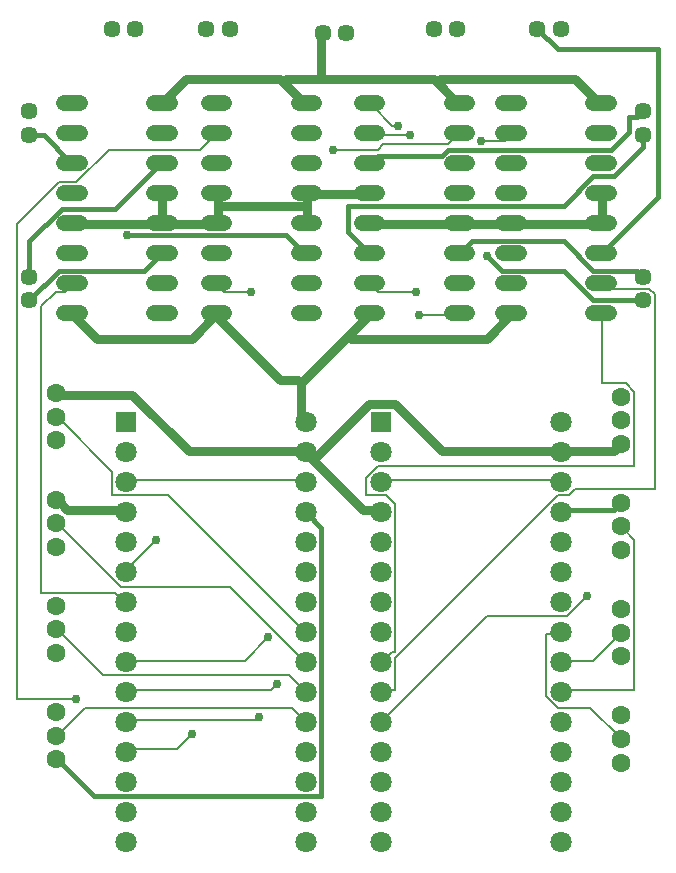
<source format=gbr>
G04 EAGLE Gerber RS-274X export*
G75*
%MOMM*%
%FSLAX34Y34*%
%LPD*%
%INTop Copper*%
%IPPOS*%
%AMOC8*
5,1,8,0,0,1.08239X$1,22.5*%
G01*
G04 Define Apertures*
%ADD10R,1.800000X1.800000*%
%ADD11C,1.800000*%
%ADD12C,1.320800*%
%ADD13C,1.447800*%
%ADD14C,1.600000*%
%ADD15C,0.400000*%
%ADD16C,0.750000*%
%ADD17C,0.200000*%
%ADD18C,0.756400*%
%ADD19C,0.160000*%
D10*
X122400Y407400D03*
D11*
X122400Y382000D03*
X122400Y356600D03*
X122400Y331200D03*
X122400Y305800D03*
X122400Y280400D03*
X122400Y255000D03*
X122400Y229600D03*
X122400Y204200D03*
X122400Y178800D03*
X122400Y153400D03*
X122400Y128000D03*
X122400Y102600D03*
X122400Y77200D03*
X122400Y51800D03*
X274800Y51800D03*
X274800Y77200D03*
X274800Y102600D03*
X274800Y128000D03*
X274800Y153400D03*
X274800Y178800D03*
X274800Y204200D03*
X274800Y229600D03*
X274800Y255000D03*
X274800Y280400D03*
X274800Y305800D03*
X274800Y331200D03*
X274800Y356600D03*
X274800Y382000D03*
X274800Y407400D03*
D12*
X159004Y499000D02*
X145796Y499000D01*
X145796Y524400D02*
X159004Y524400D01*
X159004Y651400D02*
X145796Y651400D01*
X145796Y676800D02*
X159004Y676800D01*
X159004Y549800D02*
X145796Y549800D01*
X145796Y575200D02*
X159004Y575200D01*
X159004Y626000D02*
X145796Y626000D01*
X145796Y600600D02*
X159004Y600600D01*
X82804Y676800D02*
X69596Y676800D01*
X69596Y651400D02*
X82804Y651400D01*
X82804Y626000D02*
X69596Y626000D01*
X69596Y600600D02*
X82804Y600600D01*
X82804Y575200D02*
X69596Y575200D01*
X69596Y549800D02*
X82804Y549800D01*
X82804Y524400D02*
X69596Y524400D01*
X69596Y499000D02*
X82804Y499000D01*
X268196Y499000D02*
X281404Y499000D01*
X281404Y524400D02*
X268196Y524400D01*
X268196Y651400D02*
X281404Y651400D01*
X281404Y676800D02*
X268196Y676800D01*
X268196Y549800D02*
X281404Y549800D01*
X281404Y575200D02*
X268196Y575200D01*
X268196Y626000D02*
X281404Y626000D01*
X281404Y600600D02*
X268196Y600600D01*
X205204Y676800D02*
X191996Y676800D01*
X191996Y651400D02*
X205204Y651400D01*
X205204Y626000D02*
X191996Y626000D01*
X191996Y600600D02*
X205204Y600600D01*
X205204Y575200D02*
X191996Y575200D01*
X191996Y549800D02*
X205204Y549800D01*
X205204Y524400D02*
X191996Y524400D01*
X191996Y499000D02*
X205204Y499000D01*
D13*
X288700Y736800D03*
X308700Y736800D03*
D14*
X63150Y121400D03*
X63150Y141400D03*
X63150Y161400D03*
X63150Y211400D03*
X63150Y231400D03*
X63150Y251400D03*
X63150Y301400D03*
X63150Y321400D03*
X63150Y341400D03*
X63150Y391400D03*
X63150Y411400D03*
X63150Y431400D03*
D10*
X338300Y407400D03*
D11*
X338300Y382000D03*
X338300Y356600D03*
X338300Y331200D03*
X338300Y305800D03*
X338300Y280400D03*
X338300Y255000D03*
X338300Y229600D03*
X338300Y204200D03*
X338300Y178800D03*
X338300Y153400D03*
X338300Y128000D03*
X338300Y102600D03*
X338300Y77200D03*
X338300Y51800D03*
X490700Y51800D03*
X490700Y77200D03*
X490700Y102600D03*
X490700Y128000D03*
X490700Y153400D03*
X490700Y178800D03*
X490700Y204200D03*
X490700Y229600D03*
X490700Y255000D03*
X490700Y280400D03*
X490700Y305800D03*
X490700Y331200D03*
X490700Y356600D03*
X490700Y382000D03*
X490700Y407400D03*
D12*
X411104Y499000D02*
X397896Y499000D01*
X397896Y524400D02*
X411104Y524400D01*
X411104Y651400D02*
X397896Y651400D01*
X397896Y676800D02*
X411104Y676800D01*
X411104Y549800D02*
X397896Y549800D01*
X397896Y575200D02*
X411104Y575200D01*
X411104Y626000D02*
X397896Y626000D01*
X397896Y600600D02*
X411104Y600600D01*
X334904Y676800D02*
X321696Y676800D01*
X321696Y651400D02*
X334904Y651400D01*
X334904Y626000D02*
X321696Y626000D01*
X321696Y600600D02*
X334904Y600600D01*
X334904Y575200D02*
X321696Y575200D01*
X321696Y549800D02*
X334904Y549800D01*
X334904Y524400D02*
X321696Y524400D01*
X321696Y499000D02*
X334904Y499000D01*
X517596Y499000D02*
X530804Y499000D01*
X530804Y524400D02*
X517596Y524400D01*
X517596Y651400D02*
X530804Y651400D01*
X530804Y676800D02*
X517596Y676800D01*
X517596Y549800D02*
X530804Y549800D01*
X530804Y575200D02*
X517596Y575200D01*
X517596Y626000D02*
X530804Y626000D01*
X530804Y600600D02*
X517596Y600600D01*
X454604Y676800D02*
X441396Y676800D01*
X441396Y651400D02*
X454604Y651400D01*
X454604Y626000D02*
X441396Y626000D01*
X441396Y600600D02*
X454604Y600600D01*
X454604Y575200D02*
X441396Y575200D01*
X441396Y549800D02*
X454604Y549800D01*
X454604Y524400D02*
X441396Y524400D01*
X441396Y499000D02*
X454604Y499000D01*
D14*
X541150Y428600D03*
X541150Y408600D03*
X541150Y388600D03*
X541150Y338600D03*
X541150Y318600D03*
X541150Y298600D03*
X541150Y248600D03*
X541150Y228600D03*
X541150Y208600D03*
X541150Y158600D03*
X541150Y138600D03*
X541150Y118600D03*
D13*
X40000Y510000D03*
X40000Y530000D03*
X40000Y650000D03*
X40000Y670000D03*
X110000Y740000D03*
X130000Y740000D03*
X190000Y740000D03*
X210000Y740000D03*
X560000Y530000D03*
X560000Y510000D03*
X560000Y670000D03*
X560000Y650000D03*
X470000Y740000D03*
X490000Y740000D03*
X382399Y740000D03*
X402399Y740000D03*
D15*
X275000Y330000D02*
X287500Y317500D01*
X287500Y90000D01*
X95000Y90000D01*
X65000Y120000D01*
X275000Y330000D02*
X274800Y331200D01*
X65000Y120000D02*
X63150Y121400D01*
D16*
X152500Y677500D02*
X172500Y697500D01*
X252500Y697500D01*
X255000Y695000D02*
X272500Y677500D01*
X255000Y695000D02*
X252500Y697500D01*
X152500Y677500D02*
X152400Y676800D01*
X272500Y677500D02*
X274800Y676800D01*
X382500Y697500D02*
X385000Y695000D01*
X402500Y677500D01*
X287500Y697500D02*
X257500Y697500D01*
X287500Y697500D02*
X382500Y697500D01*
X402500Y677500D02*
X404500Y676800D01*
X257500Y697500D02*
X255000Y695000D01*
X502500Y697500D02*
X522500Y677500D01*
X502500Y697500D02*
X387500Y697500D01*
X522500Y677500D02*
X524200Y676800D01*
X387500Y697500D02*
X385000Y695000D01*
X287500Y700000D02*
X287500Y735000D01*
X288700Y736800D01*
X287500Y700000D02*
X287500Y697500D01*
X77500Y497500D02*
X97500Y477500D01*
X177500Y477500D01*
X197500Y497500D01*
X77500Y497500D02*
X76200Y499000D01*
X197500Y497500D02*
X198600Y499000D01*
X270000Y440000D02*
X310000Y480000D01*
X327500Y497500D01*
X270000Y440000D02*
X270000Y407500D01*
X272500Y407500D01*
X327500Y497500D02*
X328300Y499000D01*
X274800Y407400D02*
X272500Y407500D01*
X252500Y442500D02*
X200000Y495000D01*
X252500Y442500D02*
X267500Y442500D01*
X200000Y495000D02*
X198600Y499000D01*
X267500Y442500D02*
X270000Y440000D01*
X427500Y477500D02*
X447500Y497500D01*
X427500Y477500D02*
X312500Y477500D01*
X447500Y497500D02*
X448000Y499000D01*
X312500Y477500D02*
X310000Y480000D01*
D17*
X87500Y165000D02*
X65000Y142500D01*
X87500Y165000D02*
X262500Y165000D01*
X272500Y155000D01*
X65000Y142500D02*
X63150Y141400D01*
X272500Y155000D02*
X274800Y153400D01*
X102500Y192500D02*
X65000Y230000D01*
X102500Y192500D02*
X260000Y192500D01*
X272500Y180000D01*
X65000Y230000D02*
X63150Y231400D01*
X272500Y180000D02*
X274800Y178800D01*
X117500Y267500D02*
X65000Y320000D01*
X117500Y267500D02*
X210000Y267500D01*
X272500Y205000D01*
X65000Y320000D02*
X63150Y321400D01*
X272500Y205000D02*
X274800Y204200D01*
X110000Y365000D02*
X65000Y410000D01*
X110000Y365000D02*
X110000Y345000D01*
X157500Y345000D01*
X272500Y230000D01*
X65000Y410000D02*
X63150Y411400D01*
X272500Y230000D02*
X274800Y229600D01*
X147500Y307500D02*
X122500Y282500D01*
X122400Y280400D01*
D18*
X147500Y307500D03*
D17*
X70000Y517500D02*
X75000Y522500D01*
X70000Y517500D02*
X62500Y517500D01*
X50000Y505000D01*
X50000Y262500D01*
X112500Y262500D01*
X120000Y255000D01*
X75000Y522500D02*
X76200Y524400D01*
X120000Y255000D02*
X122400Y255000D01*
X222500Y205000D02*
X242500Y225000D01*
X222500Y205000D02*
X122500Y205000D01*
X122400Y204200D01*
D18*
X242500Y225000D03*
D16*
X200000Y590000D02*
X200000Y600000D01*
X200000Y590000D02*
X200000Y577500D01*
X198600Y575200D01*
X200000Y600000D02*
X198600Y600600D01*
X152500Y600000D02*
X152500Y577500D01*
X152400Y575200D01*
X152500Y600000D02*
X152400Y600600D01*
X150000Y575000D02*
X77500Y575000D01*
X76200Y575200D01*
X150000Y575000D02*
X152400Y575200D01*
X155000Y575000D02*
X195000Y575000D01*
X198600Y575200D01*
X155000Y575000D02*
X152400Y575200D01*
X525000Y577500D02*
X525000Y600000D01*
X525000Y577500D02*
X524200Y575200D01*
X525000Y600000D02*
X524200Y600600D01*
X447500Y575000D02*
X405000Y575000D01*
X404500Y575200D01*
X447500Y575000D02*
X448000Y575200D01*
X450000Y575000D02*
X522500Y575000D01*
X524200Y575200D01*
X450000Y575000D02*
X448000Y575200D01*
X275000Y590000D02*
X275000Y600000D01*
X275000Y590000D02*
X275000Y577500D01*
X274800Y575200D01*
X275000Y600000D02*
X274800Y600600D01*
X277500Y600000D02*
X327500Y600000D01*
X277500Y600000D02*
X274800Y600600D01*
X327500Y600000D02*
X328300Y600600D01*
X330000Y575000D02*
X402500Y575000D01*
X404500Y575200D01*
X330000Y575000D02*
X328300Y575200D01*
X272500Y590000D02*
X202500Y590000D01*
X200000Y590000D01*
X272500Y590000D02*
X275000Y590000D01*
X535000Y382500D02*
X540000Y387500D01*
X535000Y382500D02*
X492500Y382500D01*
X540000Y387500D02*
X541150Y388600D01*
X492500Y382500D02*
X490700Y382000D01*
X322500Y332500D02*
X275000Y380000D01*
X322500Y332500D02*
X337500Y332500D01*
X275000Y380000D02*
X274800Y382000D01*
X337500Y332500D02*
X338300Y331200D01*
X72500Y332500D02*
X65000Y340000D01*
X72500Y332500D02*
X120000Y332500D01*
X65000Y340000D02*
X63150Y341400D01*
X120000Y332500D02*
X122400Y331200D01*
X175000Y382500D02*
X272500Y382500D01*
X175000Y382500D02*
X127500Y430000D01*
X65000Y430000D01*
X272500Y382500D02*
X274800Y382000D01*
X65000Y430000D02*
X63150Y431400D01*
X390000Y382500D02*
X487500Y382500D01*
X390000Y382500D02*
X350000Y422500D01*
X327500Y422500D01*
X282500Y377500D01*
X487500Y382500D02*
X490700Y382000D01*
X282500Y377500D02*
X274800Y382000D01*
D17*
X205000Y517500D02*
X200000Y522500D01*
X205000Y517500D02*
X227500Y517500D01*
X200000Y522500D02*
X198600Y524400D01*
D18*
X227500Y517500D03*
D17*
X185000Y637500D02*
X197500Y650000D01*
X185000Y637500D02*
X107500Y637500D01*
X80000Y610000D01*
X65000Y610000D01*
X30000Y575000D01*
X30000Y172500D01*
X80000Y172500D01*
X197500Y650000D02*
X198600Y651400D01*
D18*
X80000Y172500D03*
D17*
X165000Y130000D02*
X177500Y142500D01*
X165000Y130000D02*
X122500Y130000D01*
X122400Y128000D01*
D18*
X177500Y142500D03*
D17*
X232500Y155000D02*
X235000Y157500D01*
X232500Y155000D02*
X122500Y155000D01*
X122400Y153400D01*
D18*
X235000Y157500D03*
D17*
X245000Y180000D02*
X250000Y185000D01*
X245000Y180000D02*
X122500Y180000D01*
X122400Y178800D01*
D18*
X250000Y185000D03*
D15*
X137500Y535000D02*
X150000Y547500D01*
X137500Y535000D02*
X65000Y535000D01*
X40000Y510000D01*
X150000Y547500D02*
X152400Y549800D01*
X112500Y587500D02*
X150000Y625000D01*
X112500Y587500D02*
X67500Y587500D01*
X40000Y560000D01*
X40000Y530000D01*
X150000Y625000D02*
X152400Y626000D01*
X75000Y627500D02*
X52500Y650000D01*
X40000Y650000D01*
X75000Y627500D02*
X76200Y626000D01*
X257500Y565000D02*
X272500Y550000D01*
X257500Y565000D02*
X122500Y565000D01*
X272500Y550000D02*
X274800Y549800D01*
D18*
X122500Y565000D03*
D17*
X542500Y317500D02*
X552500Y307500D01*
X552500Y180000D01*
X492500Y180000D01*
X542500Y317500D02*
X541150Y318600D01*
X492500Y180000D02*
X490700Y178800D01*
X517500Y205000D02*
X540000Y227500D01*
X517500Y205000D02*
X492500Y205000D01*
X540000Y227500D02*
X541150Y228600D01*
X492500Y205000D02*
X490700Y204200D01*
X515000Y165000D02*
X540000Y140000D01*
X515000Y165000D02*
X487500Y165000D01*
X477500Y175000D01*
X477500Y227500D01*
X490000Y227500D01*
X540000Y140000D02*
X541150Y138600D01*
X490000Y227500D02*
X490700Y229600D01*
X362500Y650000D02*
X330000Y650000D01*
X328300Y651400D01*
D18*
X362500Y650000D03*
D17*
X370000Y497500D02*
X402500Y497500D01*
X404500Y499000D01*
D18*
X370000Y497500D03*
D17*
X335000Y517500D02*
X330000Y522500D01*
X335000Y517500D02*
X367500Y517500D01*
X330000Y522500D02*
X328300Y524400D01*
D18*
X367500Y517500D03*
D17*
X347500Y657500D02*
X330000Y675000D01*
X347500Y657500D02*
X352500Y657500D01*
X330000Y675000D02*
X328300Y676800D01*
D18*
X352500Y657500D03*
D17*
X525000Y497500D02*
X525000Y440000D01*
X545000Y440000D01*
X552500Y432500D01*
X552500Y370000D01*
X335000Y370000D01*
X325000Y360000D01*
X325000Y345000D01*
X342500Y345000D01*
X350000Y337500D01*
X350000Y212500D01*
X347500Y212500D01*
X340000Y205000D01*
X525000Y497500D02*
X524200Y499000D01*
X340000Y205000D02*
X338300Y204200D01*
X395000Y642500D02*
X402500Y650000D01*
X395000Y642500D02*
X340000Y642500D01*
X335000Y637500D01*
X297500Y637500D01*
X402500Y650000D02*
X404500Y651400D01*
D18*
X297500Y637500D03*
D17*
X442500Y645000D02*
X447500Y650000D01*
X442500Y645000D02*
X422500Y645000D01*
X447500Y650000D02*
X448000Y651400D01*
D18*
X422500Y645000D03*
D17*
X512500Y260000D02*
X495000Y242500D01*
X427500Y242500D01*
X340000Y155000D01*
X338300Y153400D01*
D18*
X512500Y260000D03*
D17*
X527500Y520000D02*
X525000Y522500D01*
X527500Y520000D02*
X565000Y520000D01*
X570000Y515000D01*
X570000Y350000D01*
X502500Y350000D01*
X497500Y345000D01*
X487500Y345000D01*
X350000Y207500D01*
X350000Y180000D01*
X340000Y180000D01*
X525000Y522500D02*
X524200Y524400D01*
X340000Y180000D02*
X338300Y178800D01*
D15*
X535000Y332500D02*
X540000Y337500D01*
X535000Y332500D02*
X492500Y332500D01*
X540000Y337500D02*
X541150Y338600D01*
X492500Y332500D02*
X490700Y331200D01*
X405000Y550000D02*
X415000Y560000D01*
X492500Y560000D01*
X517500Y535000D01*
X555000Y535000D01*
X560000Y530000D01*
X405000Y550000D02*
X404500Y549800D01*
X427500Y547500D02*
X440000Y535000D01*
X492500Y535000D01*
X517500Y510000D01*
X560000Y510000D01*
D18*
X427500Y547500D03*
D15*
X327500Y550000D02*
X310000Y567500D01*
X310000Y590000D01*
X492500Y590000D01*
X517500Y615000D01*
X535000Y615000D01*
X560000Y640000D01*
X560000Y650000D01*
X328300Y549800D02*
X327500Y550000D01*
X330000Y627500D02*
X335000Y632500D01*
X390000Y632500D01*
X395000Y637500D01*
X532500Y637500D01*
X547500Y652500D01*
X547500Y665000D01*
X555000Y665000D01*
X560000Y670000D01*
X330000Y627500D02*
X328300Y626000D01*
X525000Y550000D02*
X572500Y597500D01*
X572500Y722500D01*
X487500Y722500D01*
X470000Y740000D01*
X524200Y549800D02*
X525000Y550000D01*
D19*
X272500Y357500D02*
X122500Y357500D01*
X122400Y356600D01*
X272500Y357500D02*
X274800Y356600D01*
X340000Y357500D02*
X490000Y357500D01*
X340000Y357500D02*
X338300Y356600D01*
X490000Y357500D02*
X490700Y356600D01*
M02*

</source>
